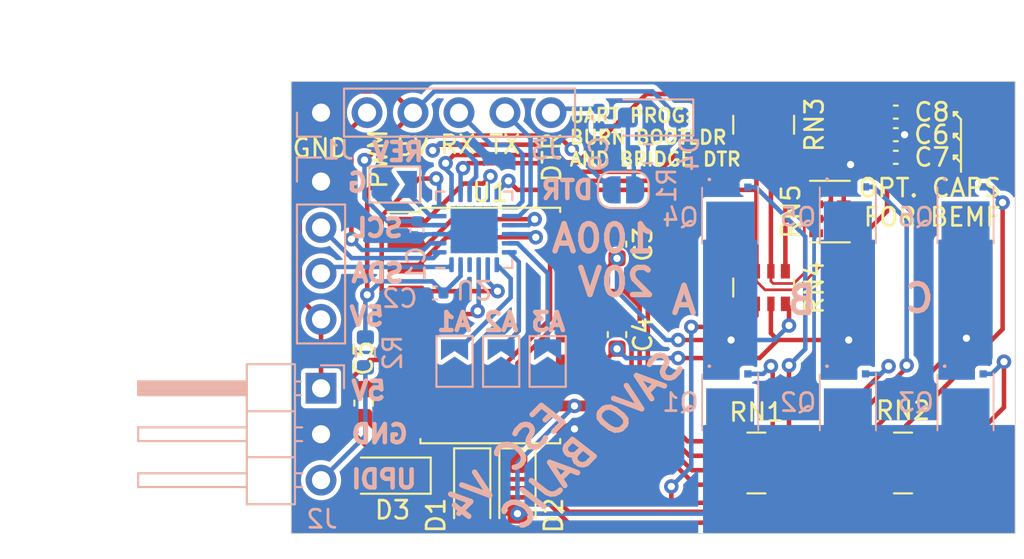
<source format=kicad_pcb>
(kicad_pcb (version 20221018) (generator pcbnew)
  (layers (0 "F.Cu" signal) (31 "B.Cu" signal) (34 "B.Paste" user) (35 "F.Paste" user) (36 "B.SilkS" user "B.Silkscreen") (37 "F.SilkS" user "F.Silkscreen") (38 "B.Mask" user) (39 "F.Mask" user) (44 "Edge.Cuts" user))
  (net 0 "")
  (net 1 "GND")
  (net 2 "+5V")
  (net 3 "A_OUT")
  (net 4 "/RESET")
  (net 5 "B_OUT")
  (net 6 "Net-(D1-K)")
  (net 7 "C_OUT")
  (net 8 "Net-(D2-K)")
  (net 9 "/B_BEMF")
  (net 10 "/C_BEMF")
  (net 11 "/A_BEMF")
  (net 12 "/DTR")
  (net 13 "Net-(D3-K)")
  (net 14 "+BATT")
  (net 15 "/SDA")
  (net 16 "/SCL")
  (net 17 "/TX")
  (net 18 "/RX")
  (net 19 "/PWM_IN")
  (net 20 "/REVERSE")
  (net 21 "/ADD_1")
  (net 22 "/ADD_2")
  (net 23 "/ADD_3")
  (net 24 "/PWM5")
  (net 25 "/PWM4")
  (net 26 "/PWM3")
  (net 27 "/PWM2")
  (net 28 "/PWM1")
  (net 29 "/PWM0")
  (net 30 "/AHO")
  (net 31 "/ALO")
  (net 32 "/BHO")
  (net 33 "/BLO")
  (net 34 "/CHO")
  (net 35 "/CLO")
  (net 36 "/ZERO")
  (net 37 "/AHO_F")
  (net 38 "/BHO_F")
  (net 39 "/CHO_F")
  (net 40 "/ALO_F")
  (net 41 "/BLO_F")
  (net 42 "/CLO_F")
  (net 43 "Net-(D4-A)")
  (net 44 "/UPDI")
  (footprint "Capacitor_SMD:C_0603_1608Metric" (layer "F.Cu") (at 138 149 -90)
    (fp_text reference "C3")
    (fp_text value "1u")
  )
  (footprint "Capacitor_SMD:C_0603_1608Metric" (layer "F.Cu") (at 138 154 -90)
    (fp_text reference "C4")
    (fp_text value "1u")
  )
  (footprint "Capacitor_SMD:C_0603_1608Metric" (layer "F.Cu") (at 124 157.7875 90)
    (fp_text reference "C5")
    (fp_text value "1u")
  )
  (footprint "Capacitor_SMD:C_0402_1005Metric" (layer "F.Cu") (at 153.4 142.95)
    (fp_text reference "C6")
    (fp_text value "1n")
  )
  (footprint "Capacitor_SMD:C_0402_1005Metric" (layer "F.Cu") (at 153.4 144.2)
    (fp_text reference "C7")
    (fp_text value "1n")
  )
  (footprint "Capacitor_SMD:C_0402_1005Metric" (layer "F.Cu") (at 153.4 141.7)
    (fp_text reference "C8")
    (fp_text value "1n")
  )
  (footprint "Diode_SMD:D_SOD-123F" (layer "F.Cu") (at 130 162.5 -90)
    (fp_text reference "D1")
    (fp_text value "DSS15UTR")
  )
  (footprint "Diode_SMD:D_SOD-123F" (layer "F.Cu") (at 132.5 162.5 -90)
    (fp_text reference "D2")
    (fp_text value "DSS15UTR")
  )
  (footprint "Diode_SMD:D_SOD-123F" (layer "F.Cu") (at 125.5 161.8 180)
    (fp_text reference "D3")
    (fp_text value "DSS15UTR")
  )
  (footprint "Resistor_SMD:R_Array_Convex_4x0603" (layer "F.Cu") (at 146.1 151.4 -90)
    (fp_text reference "RN4")
    (fp_text value "33k")
  )
  (footprint "Resistor_SMD:R_Cat16-4" (layer "F.Cu") (at 149.76 147.2)
    (fp_text reference "RN5")
    (fp_text value "10k")
  )
  (footprint "Package_SO:SOIC-20W_7.5x12.8mm_P1.27mm" (layer "F.Cu") (at 131 153.5)
    (fp_text reference "U1")
    (fp_text value "FAN7888")
  )
  (footprint "Resistor_SMD:R_Array_Convex_4x0603" (layer "F.Cu") (at 145.7 161.1)
    (fp_text reference "RN1")
    (fp_text value "20")
  )
  (footprint "Resistor_SMD:R_Array_Convex_4x0603" (layer "F.Cu") (at 153.8 161.1 180)
    (fp_text reference "RN2")
    (fp_text value "20")
  )
  (footprint "Resistor_SMD:R_Array_Convex_4x0603" (layer "F.Cu") (at 146.1 142.4 -90)
    (fp_text reference "RN3")
    (fp_text value "33k")
  )
  (footprint "Capacitor_SMD:C_0402_1005Metric" (layer "B.Cu") (at 126.948 148.217 -90)
    (fp_text reference "C1")
    (fp_text value "0u1")
  )
  (footprint "Capacitor_SMD:C_0402_1005Metric" (layer "B.Cu") (at 127.933 151.702)
    (fp_text reference "C2")
    (fp_text value "4n7")
  )
  (footprint "Capacitor_SMD:C_0402_1005Metric" (layer "B.Cu") (at 137 142 90)
    (fp_text reference "C9")
    (fp_text value "0u1")
  )
  (footprint "Diode_SMD:D_SOD-123F" (layer "B.Cu") (at 140 142 180)
    (fp_text reference "D4")
    (fp_text value "DSS15UTR")
  )
  (footprint "Connector_PinSocket_2.54mm:PinSocket_1x04_P2.54mm_Vertical" (layer "B.Cu") (at 121.65 145.54 180)
    (fp_text reference "J1")
    (fp_text value "I2C")
  )
  (footprint "Connector_PinHeader_2.54mm:PinHeader_1x03_P2.54mm_Horizontal" (layer "B.Cu") (at 121.65 156.97 180)
    (fp_text reference "J2")
    (fp_text value "UPDI")
  )
  (footprint "Connector_PinSocket_2.54mm:PinSocket_1x06_P2.54mm_Vertical" (layer "B.Cu") (at 121.65 141.73 -90)
    (fp_text reference "J3")
    (fp_text value "SERIAL/PWM")
  )
  (footprint "Jumper:SolderJumper-2_P1.3mm_Open_TrianglePad1.0x1.5mm" (layer "B.Cu") (at 125.723 145.702)
    (fp_text reference "JP1")
    (fp_text value "SolderJumper_2_Open" hide)
  )
  (footprint "Jumper:SolderJumper-2_P1.3mm_Open_TrianglePad1.0x1.5mm" (layer "B.Cu") (at 134.168 155.488 90)
    (fp_text reference "JP2")
    (fp_text value "SolderJumper_2_Open" hide)
  )
  (footprint "Jumper:SolderJumper-2_P1.3mm_Open_TrianglePad1.0x1.5mm" (layer "B.Cu") (at 129.025 155.488 90)
    (fp_text reference "JP4")
    (fp_text value "SolderJumper_2_Open" hide)
  )
  (footprint "Jumper:SolderJumper-2_P1.3mm_Open_RoundedPad1.0x1.5mm" (layer "B.Cu") (at 138.35 146 180)
    (fp_text reference "JP5")
    (fp_text value "SolderJumper_2_Open" hide)
  )
  (footprint "Package_DFN_QFN:QFN-24-1EP_4x4mm_P0.5mm_EP2.6x2.6mm" (layer "B.Cu") (at 130.108 148.202)
    (fp_text reference "U2")
    (fp_text value "ATtiny1617-M")
  )
  (footprint "esc:TPN2R903PLL1Q" (layer "B.Cu") (at 144.25 157.75)
    (fp_text reference "Q1")
    (fp_text value "TPN2R903PL" hide)
  )
  (footprint "esc:TPN2R903PLL1Q" (layer "B.Cu") (at 150.75 157.75)
    (fp_text reference "Q2")
    (fp_text value "TPN2R903PL" hide)
  )
  (footprint "esc:TPN2R903PLL1Q" (layer "B.Cu") (at 157.25 157.75)
    (fp_text reference "Q3")
    (fp_text value "TPN2R903PL" hide)
  )
  (footprint "esc:TPN2R903PLL1Q" (layer "B.Cu") (at 144.25 147.425)
    (fp_text reference "Q4")
    (fp_text value "TPN2R903PL" hide)
  )
  (footprint "esc:TPN2R903PLL1Q" (layer "B.Cu") (at 150.75 147.41)
    (fp_text reference "Q5")
    (fp_text value "TPN2R903PL" hide)
  )
  (footprint "esc:TPN2R903PLL1Q" (layer "B.Cu") (at 157.25 147.41)
    (fp_text reference "Q6")
    (fp_text value "TPN2R903PL" hide)
  )
  (footprint "Resistor_SMD:R_0603_1608Metric" (layer "B.Cu") (at 139.7125 144 180)
    (fp_text reference "R1")
    (fp_text value "10k")
  )
  (footprint "Resistor_SMD:R_0603_1608Metric" (layer "B.Cu") (at 124.1 154.9875 -90)
    (fp_text reference "R2")
    (fp_text value "470")
  )
  (footprint "Jumper:SolderJumper-2_P1.3mm_Open_TrianglePad1.0x1.5mm" (layer "B.Cu") (at 131.6 155.488 90)
    (fp_text reference "JP3")
    (fp_text value "SolderJumper_2_Open" hide)
  )
  (gr_line (start 156.6 141.9) (end 156.6 141.7) (stroke (width 0.12)) (layer "F.SilkS"))
  (gr_line (start 156.6 144.1) (end 156.8 144.1) (stroke (width 0.12)) (layer "F.SilkS"))
  (gr_line (start 157 144.5) (end 156.6 144.1) (stroke (width 0.12)) (layer "F.SilkS"))
  (gr_line (start 156.8 144.1) (end 156.6 144.3) (stroke (width 0.12)) (layer "F.SilkS"))
  (gr_line (start 156.6 144.3) (end 156.6 144.1) (stroke (width 0.12)) (layer "F.SilkS"))
  (gr_line (start 156.8 142.9) (end 156.6 143.1) (stroke (width 0.12)) (layer "F.SilkS"))
  (gr_line (start 156.8 141.7) (end 156.6 141.9) (stroke (width 0.12)) (layer "F.SilkS"))
  (gr_line (start 156.6 141.7) (end 156.8 141.7) (stroke (width 0.12)) (layer "F.SilkS"))
  (gr_line (start 156.6 143.1) (end 156.6 142.9) (stroke (width 0.12)) (layer "F.SilkS"))
  (gr_line (start 156.6 142.9) (end 156.8 142.9) (stroke (width 0.12)) (layer "F.SilkS"))
  (gr_line (start 157 143.3) (end 156.6 142.9) (stroke (width 0.12)) (layer "F.SilkS"))
  (gr_line (start 157 142.1) (end 156.6 141.7) (stroke (width 0.12)) (layer "F.SilkS"))
  (gr_line (start 157 145) (end 157 142.1) (stroke (width 0.12)) (layer "F.SilkS"))
  (gr_line (start 160 140) (end 120 140) (stroke (width 0.05)) (layer "Edge.Cuts"))
  (gr_line (start 120 165) (end 160 165) (stroke (width 0.05)) (layer "Edge.Cuts"))
  (gr_line (start 160 165) (end 160 140) (stroke (width 0.05)) (layer "Edge.Cuts"))
  (gr_line (start 120 140) (end 120 165) (stroke (width 0.05)) (layer "Edge.Cuts"))
  (gr_text "A" (at 141.7 152.1) (layer "B.SilkS") (effects (font (size 1.5 1.5) (thickness 0.3)) (justify mirror)))
  (gr_text "SCL" (at 123.2 148.1) (layer "B.SilkS") (effects (font (size 1 1) (thickness 0.25)) (justify right mirror)))
  (gr_text "5V" (at 123.1 153) (layer "B.SilkS") (effects (font (size 1 1) (thickness 0.25)) (justify right mirror)))
  (gr_text "SAVO BAJIC" (at 136.7 159.8 45) (layer "B.SilkS") (effects (font (size 1.5 1.5) (thickness 0.3) italic) (justify mirror)))
  (gr_text "100A\n20V" (at 140.2 149.9) (layer "B.SilkS") (effects (font (size 1.5 1.5) (thickness 0.3)) (justify left mirror)))
  (gr_text "SDA" (at 123.2 150.6) (layer "B.SilkS") (effects (font (size 1 1) (thickness 0.25)) (justify right mirror)))
  (gr_text "A3" (at 134.2 153.3) (layer "B.SilkS") (effects (font (size 1 1) (thickness 0.25)) (justify mirror)))
  (gr_text "A2" (at 131.6 153.3) (layer "B.SilkS") (effects (font (size 1 1) (thickness 0.25)) (justify mirror)))
  (gr_text "GND" (at 123.2 159.5) (layer "B.SilkS") (effects (font (size 1 1) (thickness 0.25)) (justify right mirror)))
  (gr_text "C" (at 154.7 152) (layer "B.SilkS") (effects (font (size 1.5 1.5) (thickness 0.3)) (justify mirror)))
  (gr_text "UPDI" (at 123.2 162) (layer "B.SilkS") (effects (font (size 1 1) (thickness 0.25)) (justify right mirror)))
  (gr_text "B" (at 148.2 152.1) (layer "B.SilkS") (effects (font (size 1.5 1.5) (thickness 0.3)) (justify mirror)))
  (gr_text "5V" (at 123.2 157.1) (layer "B.SilkS") (effects (font (size 1 1) (thickness 0.25)) (justify right mirror)))
  (gr_text "REV" (at 125.9 143.9) (layer "B.SilkS") (effects (font (size 1 1) (thickness 0.25)) (justify mirror)))
  (gr_text "A1" (at 129 153.3) (layer "B.SilkS") (effects (font (size 1 1) (thickness 0.25)) (justify mirror)))
  (gr_text "DTR" (at 136.8 146) (layer "B.SilkS") (effects (font (size 1 1) (thickness 0.25)) (justify left mirror)))
  (gr_text "ESC V4" (at 131.9 161 45) (layer "B.SilkS") (effects (font (size 1.5 1.5) (thickness 0.3) italic) (justify mirror)))
  (gr_text "G" (at 123 145.6) (layer "B.SilkS") (effects (font (size 1 1) (thickness 0.25)) (justify right mirror)))
  (gr_text "GND" (at 121.6 143.7) (layer "F.SilkS") (effects (font (size 1 1))))
  (gr_text "OPT. CAPS\nFOR BEMF" (at 159.3 146.7) (layer "F.SilkS") (effects (font (size 1 1)) (justify right)))
  (gr_text "TX" (at 131.8 143.5) (layer "F.SilkS") (effects (font (size 1 1))))
  (gr_text "UART PROG:\nBURN BOOTLDR\nAND BRIDGE DTR" (at 135.3 143.1) (layer "F.SilkS") (effects (font (size 0.75 0.75)) (justify left)))
  (gr_text "5V" (at 126.7 143.6) (layer "F.SilkS") (effects (font (size 1 1))))
  (gr_text "PWM" (at 124.8 144.3 90) (layer "F.SilkS") (effects (font (size 1 1))))
  (gr_text "RX" (at 129.2 143.5) (layer "F.SilkS") (effects (font (size 1 1))))
  (gr_text "DTR" (at 134.4 144.2 90) (layer "F.SilkS") (effects (font (size 1 1))))
  (segment (start 150.52 146.8) (end 150.52 146) (width 0.25) (layer "F.Cu") (net 1))
  (segment (start 150.52 146) (end 150.52 144.98) (width 0.25) (layer "F.Cu") (net 1))
  (segment (start 153.885 142.95) (end 153.885 141.7) (width 0.25) (layer "F.Cu") (net 1))
  (segment (start 150.52 147.6) (end 150.52 146.8) (width 0.25) (layer "F.Cu") (net 1))
  (segment (start 153.885 144.2) (end 153.885 142.95) (width 0.25) (layer "F.Cu") (net 1))
  (segment (start 150.52 144.98) (end 150.9 144.6) (width 0.25) (layer "F.Cu") (net 1))
  (via (at 150.9 144.6) (size 0.8) (drill 0.4) (layers "F.Cu" "B.Cu") (net 1))
  (via (at 153.885 142.95) (size 0.8) (drill 0.4) (layers "F.Cu" "B.Cu") (net 1))
  (via (at 135.65 159.215) (size 0.8) (drill 0.4) (layers "F.Cu" "B.Cu") (net 1))
  (segment (start 150.9 144.6) (end 150.9 145.66) (width 0.25) (layer "B.Cu") (net 1))
  (segment (start 150.9 145.66) (end 151.075 145.835) (width 0.25) (layer "B.Cu") (net 1))
  (segment (start 134.991002 156.213) (end 136.375001 157.596999) (width 0.25) (layer "B.Cu") (net 1))
  (segment (start 136.375001 158.489999) (end 135.65 159.215) (width 0.25) (layer "B.Cu") (net 1))
  (segment (start 134.168 156.213) (end 134.991002 156.213) (width 0.25) (layer "B.Cu") (net 1))
  (segment (start 136.375001 157.596999) (end 136.375001 158.489999) (width 0.25) (layer "B.Cu") (net 1))
  (segment (start 121.65 153.16) (end 121.65 156.97) (width 0.25) (layer "F.Cu") (net 2))
  (segment (start 125.554999 140.554999) (end 120.539999 140.554999) (width 0.25) (layer "F.Cu") (net 2))
  (segment (start 120.474999 151.984999) (end 121.65 153.16) (width 0.25) (layer "F.Cu") (net 2))
  (segment (start 124.11 144.35) (end 124.05 144.35) (width 0.25) (layer "F.Cu") (net 2))
  (segment (start 126.73 141.73) (end 125.554999 140.554999) (width 0.25) (layer "F.Cu") (net 2))
  (segment (start 120.474999 140.619999) (end 120.474999 151.984999) (width 0.25) (layer "F.Cu") (net 2))
  (segment (start 120.539999 140.554999) (end 120.474999 140.619999) (width 0.25) (layer "F.Cu") (net 2))
  (segment (start 126.73 141.73) (end 124.11 144.35) (width 0.25) (layer "F.Cu") (net 2))
  (via (at 124.05 144.35) (size 0.8) (drill 0.4) (layers "F.Cu" "B.Cu") (net 2))
  (segment (start 141.4 142) (end 141.4 143.1) (width 0.25) (layer "B.Cu") (net 2))
  (segment (start 124.05 146.463636) (end 125.318364 147.732) (width 0.25) (layer "B.Cu") (net 2))
  (segment (start 139.954999 140.554999) (end 127.905001 140.554999) (width 0.25) (layer "B.Cu") (net 2))
  (segment (start 124.05 144.35) (end 124.05 146.463636) (width 0.25) (layer "B.Cu") (net 2))
  (segment (start 128.1705 147.952) (end 127.168 147.952) (width 0.25) (layer "B.Cu") (net 2))
  (segment (start 126.73 141.73) (end 127.905001 140.554999) (width 0.25) (layer "B.Cu") (net 2))
  (segment (start 141.4 142) (end 139.954999 140.554999) (width 0.25) (layer "B.Cu") (net 2))
  (segment (start 125.318364 147.732) (end 126.948 147.732) (width 0.25) (layer "B.Cu") (net 2))
  (segment (start 127.168 147.952) (end 126.948 147.732) (width 0.25) (layer "B.Cu") (net 2))
  (segment (start 141.4 143.1) (end 140.5 144) (width 0.25) (layer "B.Cu") (net 2))
  (segment (start 147.5 152.5) (end 147.3 152.3) (width 0.25) (layer "F.Cu") (net 3))
  (segment (start 135.65 150.325) (end 137.4625 150.325) (width 0.25) (layer "F.Cu") (net 3))
  (segment (start 147.5 153.5) (end 147.5 152.5) (width 0.25) (layer "F.Cu") (net 3))
  (segment (start 141.375 154.3) (end 144.3 154.3) (width 0.25) (layer "F.Cu") (net 3))
  (segment (start 137.4625 150.325) (end 138 149.7875) (width 0.25) (layer "F.Cu") (net 3))
  (via (at 144.3 154.3) (size 0.8) (drill 0.4) (layers "F.Cu" "B.Cu") (net 3))
  (via (at 138 149.7875) (size 0.8) (drill 0.4) (layers "F.Cu" "B.Cu") (net 3))
  (via (at 147.5 153.5) (size 0.8) (drill 0.4) (layers "F.Cu" "B.Cu") (net 3))
  (via (at 141.375 154.3) (size 0.8) (drill 0.4) (layers "F.Cu" "B.Cu") (net 3))
  (segment (start 140.7 154.3) (end 141.375 154.3) (width 0.25) (layer "B.Cu") (net 3))
  (segment (start 144.3 154.3) (end 146.7 154.3) (width 0.25) (layer "B.Cu") (net 3))
  (segment (start 146.7 154.3) (end 147.5 153.5) (width 0.25) (layer "B.Cu") (net 3))
  (segment (start 143.925 148.075) (end 144.25 147.75) (width 0.25) (layer "B.Cu") (net 3))
  (segment (start 143.275 156.175) (end 143.275 155.325) (width 0.25) (layer "B.Cu") (net 3))
  (segment (start 143.925 149) (end 143.925 148.075) (width 0.25) (layer "B.Cu") (net 3))
  (segment (start 138 151.6) (end 140.7 154.3) (width 0.25) (layer "B.Cu") (net 3))
  (segment (start 138 149.7875) (end 138 151.6) (width 0.25) (layer "B.Cu") (net 3))
  (segment (start 143.275 155.325) (end 144.3 154.3) (width 0.25) (layer "B.Cu") (net 3))
  (segment (start 124.2 151.8) (end 124.2 146.05) (width 0.25) (layer "F.Cu") (net 4))
  (segment (start 134.75 143) (end 135.5 143.75) (width 0.25) (layer "F.Cu") (net 4))
  (segment (start 127.25 143) (end 134.75 143) (width 0.25) (layer "F.Cu") (net 4))
  (segment (start 124.2 146.05) (end 127.25 143) (width 0.25) (layer "F.Cu") (net 4))
  (via (at 124.2 151.8) (size 0.8) (drill 0.4) (layers "F.Cu" "B.Cu") (net 4))
  (via (at 135.5 143.75) (size 0.8) (drill 0.4) (layers "F.Cu" "B.Cu") (net 4))
  (segment (start 135.5 143.8) (end 135.5 143.75) (width 0.25) (layer "B.Cu") (net 4))
  (segment (start 124.1 154.2) (end 124.1 151.9) (width 0.25) (layer "B.Cu") (net 4))
  (segment (start 124.2 151.8) (end 124.94301 151.05699) (width 0.25) (layer "B.Cu") (net 4))
  (segment (start 137.7 146) (end 135.5 143.8) (width 0.25) (layer "B.Cu") (net 4))
  (segment (start 129.358 150.762) (end 129.358 150.1395) (width 0.25) (layer "B.Cu") (net 4))
  (segment (start 128.418 151.683768) (end 128.418 151.702) (width 0.25) (layer "B.Cu") (net 4))
  (segment (start 124.1 151.9) (end 124.2 151.8) (width 0.25) (layer "B.Cu") (net 4))
  (segment (start 124.94301 151.05699) (end 127.791222 151.05699) (width 0.25) (layer "B.Cu") (net 4))
  (segment (start 127.791222 151.05699) (end 128.418 151.683768) (width 0.25) (layer "B.Cu") (net 4))
  (segment (start 128.418 151.702) (end 129.358 150.762) (width 0.25) (layer "B.Cu") (net 4))
  (segment (start 137.3825 155.405) (end 138 154.7875) (width 0.25) (layer "F.Cu") (net 5))
  (segment (start 146.876998 154.3) (end 150.8 154.3) (width 0.25) (layer "F.Cu") (net 5))
  (segment (start 146.5 152.3) (end 146.5 153.923002) (width 0.25) (layer "F.Cu") (net 5))
  (segment (start 145.876995 155.300003) (end 141.375003 155.300003) (width 0.25) (layer "F.Cu") (net 5))
  (segment (start 135.65 155.405) (end 137.3825 155.405) (width 0.25) (layer "F.Cu") (net 5))
  (segment (start 146.5 153.923002) (end 146.876998 154.3) (width 0.25) (layer "F.Cu") (net 5))
  (segment (start 145.876995 155.300003) (end 146.876998 154.3) (width 0.25) (layer "F.Cu") (net 5))
  (segment (start 141.375003 155.300003) (end 141.375 155.3) (width 0.25) (layer "F.Cu") (net 5))
  (via (at 150.8 154.3) (size 0.8) (drill 0.4) (layers "F.Cu" "B.Cu") (net 5))
  (via (at 138 154.7875) (size 0.8) (drill 0.4) (layers "F.Cu" "B.Cu") (net 5))
  (via (at 141.375 155.3) (size 0.8) (drill 0.4) (layers "F.Cu" "B.Cu") (net 5))
  (segment (start 138.512503 155.300003) (end 140.7 155.300003) (width 0.25) (layer "B.Cu") (net 5))
  (segment (start 149.775 155.675) (end 149.775 155.325) (width 0.25) (layer "B.Cu") (net 5))
  (segment (start 138 154.7875) (end 138.512503 155.300003) (width 0.25) (layer "B.Cu") (net 5))
  (segment (start 149.775 155.675) (end 149.775 155.375) (width 0.25) (layer "B.Cu") (net 5))
  (segment (start 150.425 148.06) (end 150.75 147.735) (width 0.25) (layer "B.Cu") (net 5))
  (segment (start 149.775 155.325) (end 150.8 154.3) (width 0.25) (layer "B.Cu") (net 5))
  (segment (start 150.425 148.985) (end 150.425 148.06) (width 0.25) (layer "B.Cu") (net 5))
  (segment (start 141.375 155.3) (end 140.700003 155.3) (width 0.25) (layer "B.Cu") (net 5))
  (segment (start 140.700003 155.3) (end 140.7 155.300003) (width 0.25) (layer "B.Cu") (net 5))
  (segment (start 149.775 156.175) (end 149.775 155.675) (width 0.25) (layer "B.Cu") (net 5))
  (segment (start 130 157.451822) (end 134.29999 153.151832) (width 0.25) (layer "F.Cu") (net 6))
  (segment (start 130 161.1) (end 130 157.451822) (width 0.25) (layer "F.Cu") (net 6))
  (segment (start 134.29999 153.151832) (end 134.29999 148.11001) (width 0.25) (layer "F.Cu") (net 6))
  (segment (start 135.65 147.785) (end 137.5725 147.785) (width 0.25) (layer "F.Cu") (net 6))
  (segment (start 137.5725 147.785) (end 138 148.2125) (width 0.25) (layer "F.Cu") (net 6))
  (segment (start 134.625 147.785) (end 135.65 147.785) (width 0.25) (layer "F.Cu") (net 6))
  (segment (start 134.29999 148.11001) (end 134.625 147.785) (width 0.25) (layer "F.Cu") (net 6))
  (segment (start 157.22718 154.2) (end 157.3 154.2) (width 0.25) (layer "F.Cu") (net 7))
  (segment (start 148.12718 163.3) (end 157.22718 154.2) (width 0.25) (layer "F.Cu") (net 7))
  (segment (start 135.6 163.3) (end 141 163.3) (width 0.25) (layer "F.Cu") (net 7))
  (segment (start 145.075 153.575) (end 142.1 153.575) (width 0.25) (layer "F.Cu") (net 7))
  (segment (start 124.325 156.675) (end 124 157) (width 0.25) (layer "F.Cu") (net 7))
  (segment (start 128.6 157.9) (end 128.6 161.385002) (width 0.25) (layer "F.Cu") (net 7))
  (segment (start 126.35 156.675) (end 124.325 156.675) (width 0.25) (layer "F.Cu") (net 7))
  (segment (start 145.7 152.95) (end 145.075 153.575) (width 0.25) (layer "F.Cu") (net 7))
  (segment (start 145.7 152.3) (end 145.7 152.95) (width 0.25) (layer "F.Cu") (net 7))
  (segment (start 126.35 156.675) (end 127.375 156.675) (width 0.25) (layer "F.Cu") (net 7))
  (segment (start 134.3 162) (end 135.6 163.3) (width 0.25) (layer "F.Cu") (net 7))
  (segment (start 127.375 156.675) (end 128.6 157.9) (width 0.25) (layer "F.Cu") (net 7))
  (segment (start 141 163.3) (end 148.12718 163.3) (width 0.25) (layer "F.Cu") (net 7))
  (segment (start 128.6 161.385002) (end 129.214998 162) (width 0.25) (layer "F.Cu") (net 7))
  (segment (start 141 162.4) (end 141 163.3) (width 0.25) (layer "F.Cu") (net 7))
  (segment (start 129.214998 162) (end 134.3 162) (width 0.25) (layer "F.Cu") (net 7))
  (via (at 157.3 154.2) (size 0.8) (drill 0.4) (layers "F.Cu" "B.Cu") (net 7))
  (via (at 141 162.4) (size 0.8) (drill 0.4) (layers "F.Cu" "B.Cu") (net 7))
  (via (at 142.1 153.575) (size 0.8) (drill 0.4) (layers "F.Cu" "B.Cu") (net 7))
  (segment (start 142.1 153.575) (end 142.1 161.3) (width 0.25) (layer "B.Cu") (net 7))
  (segment (start 156.925 148.06) (end 157.25 147.735) (width 0.25) (layer "B.Cu") (net 7))
  (segment (start 142.1 161.3) (end 141 162.4) (width 0.25) (layer "B.Cu") (net 7))
  (segment (start 156.925 148.985) (end 156.925 148.06) (width 0.25) (layer "B.Cu") (net 7))
  (segment (start 157.3 154.2) (end 157.3 155.8) (width 0.25) (layer "B.Cu") (net 7))
  (segment (start 157.3 155.8) (end 156.925 156.175) (width 0.25) (layer "B.Cu") (net 7))
  (segment (start 132.5 161.1) (end 132.5 155.588232) (width 0.25) (layer "F.Cu") (net 8))
  (segment (start 135.65 152.865) (end 137.6525 152.865) (width 0.25) (layer "F.Cu") (net 8))
  (segment (start 135.223232 152.865) (end 135.65 152.865) (width 0.25) (layer "F.Cu") (net 8))
  (segment (start 132.5 155.588232) (end 135.223232 152.865) (width 0.25) (layer "F.Cu") (net 8))
  (segment (start 137.6525 152.865) (end 138 153.2125) (width 0.25) (layer "F.Cu") (net 8))
  (segment (start 133.638546 144.524956) (end 134.61359 145.5) (width 0.25) (layer "F.Cu") (net 9))
  (segment (start 146.5 150.5) (end 146.5 143.3) (width 0.25) (layer "F.Cu") (net 9))
  (segment (start 149.814999 144.085001) (end 150.95 142.95) (width 0.25) (layer "F.Cu") (net 9))
  (segment (start 144.075001 142.624999) (end 146.374999 142.624999) (width 0.15) (layer "F.Cu") (net 9))
  (segment (start 130.875044 144.524956) (end 133.638546 144.524956) (width 0.25) (layer "F.Cu") (net 9))
  (segment (start 146.5 150.5) (end 146.5 151.05) (width 0.15) (layer "F.Cu") (net 9))
  (segment (start 150.95 142.95) (end 152.915 142.95) (width 0.25) (layer "F.Cu") (net 9))
  (segment (start 141.2 145.5) (end 143.4 143.3) (width 0.25) (layer "F.Cu") (net 9))
  (segment (start 146.625001 151.175001) (end 147.770001 151.175001) (width 0.15) (layer "F.Cu") (net 9))
  (segment (start 149.814999 146.615001) (end 149.814999 144.085001) (width 0.25) (layer "F.Cu") (net 9))
  (segment (start 146.374999 142.624999) (end 146.5 142.75) (width 0.15) (layer "F.Cu") (net 9))
  (segment (start 146.5 151.05) (end 146.625001 151.175001) (width 0.15) (layer "F.Cu") (net 9))
  (segment (start 143.4 143.3) (end 144.075001 142.624999) (width 0.15) (layer "F.Cu") (net 9))
  (segment (start 129.765423 144.524956) (end 130.875044 144.524956) (width 0.25) (layer "F.Cu") (net 9))
  (segment (start 129.490433 144.799946) (end 129.765423 144.524956) (width 0.25) (layer "F.Cu") (net 9))
  (segment (start 149.63 146.8) (end 149.814999 146.615001) (width 0.25) (layer "F.Cu") (net 9))
  (segment (start 149 146.8) (end 149.63 146.8) (width 0.25) (layer "F.Cu") (net 9))
  (segment (start 148.344999 146.925001) (end 148.47 146.8) (width 0.15) (layer "F.Cu") (net 9))
  (segment (start 147.770001 151.175001) (end 148.344999 150.600003) (width 0.15) (layer "F.Cu") (net 9))
  (segment (start 148.344999 150.600003) (end 148.344999 146.925001) (width 0.15) (layer "F.Cu") (net 9))
  (segment (start 130.453079 144.524956) (end 130.875044 144.524956) (width 0.25) (layer "F.Cu") (net 9))
  (segment (start 146.5 142.75) (end 146.5 143.3) (width 0.15) (layer "F.Cu") (net 9))
  (segment (start 134.61359 145.5) (end 141.2 145.5) (width 0.25) (layer "F.Cu") (net 9))
  (segment (start 148.47 146.8) (end 149 146.8) (width 0.15) (layer "F.Cu") (net 9))
  (via (at 129.490433 144.799946) (size 0.8) (drill 0.4) (layers "F.Cu" "B.Cu") (net 9))
  (segment (start 129.358 146.2645) (end 129.358 144.932379) (width 0.25) (layer "B.Cu") (net 9))
  (segment (start 129.358 144.932379) (end 129.490433 144.799946) (width 0.25) (layer "B.Cu") (net 9))
  (segment (start 147.914979 151.525011) (end 149.655001 149.784989) (width 0.15) (layer "F.Cu") (net 10))
  (segment (start 145.7 143.3) (end 145.7 145.9) (width 0.25) (layer "F.Cu") (net 10))
  (segment (start 149.655001 149.784989) (end 150.315013 149.784989) (width 0.25) (layer "F.Cu") (net 10))
  (segment (start 132.5 146) (end 145.6 146) (width 0.25) (layer "F.Cu") (net 10))
  (segment (start 149.705001 149.734989) (end 149.655001 149.784989) (width 0.25) (layer "F.Cu") (net 10))
  (segment (start 152.915 147.185002) (end 152.915 144.2) (width 0.25) (layer "F.Cu") (net 10))
  (segment (start 132 145.5) (end 132.5 146) (width 0.25) (layer "F.Cu") (net 10))
  (segment (start 146.175011 151.525011) (end 147.914979 151.525011) (width 0.15) (layer "F.Cu") (net 10))
  (segment (start 149 147.6) (end 149.63 147.6) (width 0.25) (layer "F.Cu") (net 10))
  (segment (start 145.7 145.9) (end 145.7 150.5) (width 0.25) (layer "F.Cu") (net 10))
  (segment (start 150.315013 149.784989) (end 152.915 147.185002) (width 0.25) (layer "F.Cu") (net 10))
  (segment (start 145.7 150.5) (end 145.7 151.05) (width 0.15) (layer "F.Cu") (net 10))
  (segment (start 149.63 147.6) (end 149.705001 147.675001) (width 0.25) (layer "F.Cu") (net 10))
  (segment (start 145.7 151.05) (end 146.175011 151.525011) (width 0.15) (layer "F.Cu") (net 10))
  (segment (start 145.6 146) (end 145.7 145.9) (width 0.25) (layer "F.Cu") (net 10))
  (segment (start 149.705001 147.675001) (end 149.705001 149.734989) (width 0.25) (layer "F.Cu") (net 10))
  (via (at 132 145.5) (size 0.8) (drill 0.4) (layers "F.Cu" "B.Cu") (net 10))
  (segment (start 131.358 146.142) (end 132 145.5) (width 0.25) (layer "B.Cu") (net 10))
  (segment (start 131.358 146.2645) (end 131.358 146.142) (width 0.25) (layer "B.Cu") (net 10))
  (segment (start 128.978502 144.074946) (end 133.824946 144.074946) (width 0.25) (layer "F.Cu") (net 11))
  (segment (start 128.529184 144.524264) (end 128.978502 144.074946) (width 0.25) (layer "F.Cu") (net 11))
  (segment (start 150.6 141.7) (end 152.915 141.7) (width 0.25) (layer "F.Cu") (net 11))
  (segment (start 134.75 145) (end 133.824946 144.074946) (width 0.25) (layer "F.Cu") (net 11))
  (segment (start 147.3 143.3) (end 147.3 142.75) (width 0.15) (layer "F.Cu") (net 11))
  (segment (start 147.3 146) (end 147.3 150.5) (width 0.25) (layer "F.Cu") (net 11))
  (segment (start 147.3 143.3) (end 149 143.3) (width 0.25) (layer "F.Cu") (net 11))
  (segment (start 146.824989 142.274989) (end 143.025011 142.274989) (width 0.15) (layer "F.Cu") (net 11))
  (segment (start 149 143.3) (end 150.6 141.7) (width 0.25) (layer "F.Cu") (net 11))
  (segment (start 143 142.3) (end 140.3 145) (width 0.25) (layer "F.Cu") (net 11))
  (segment (start 140.3 145) (end 134.75 145) (width 0.25) (layer "F.Cu") (net 11))
  (segment (start 143.025011 142.274989) (end 143 142.3) (width 0.15) (layer "F.Cu") (net 11))
  (segment (start 147.3 143.3) (end 147.3 146) (width 0.25) (layer "F.Cu") (net 11))
  (segment (start 149 146) (end 147.3 146) (width 0.25) (layer "F.Cu") (net 11))
  (segment (start 147.3 142.75) (end 146.824989 142.274989) (width 0.15) (layer "F.Cu") (net 11))
  (via (at 128.529184 144.524264) (size 0.8) (drill 0.4) (layers "F.Cu" "B.Cu") (net 11))
  (segment (start 128.529184 144.838032) (end 128.529184 144.524264) (width 0.25) (layer "B.Cu") (net 11))
  (segment (start 128.845576 145.154424) (end 128.529184 144.838032) (width 0.25) (layer "B.Cu") (net 11))
  (segment (start 128.858 146.2645) (end 128.858 145.154424) (width 0.25) (layer "B.Cu") (net 11))
  (segment (start 128.858 145.154424) (end 128.845576 145.154424) (width 0.25) (layer "B.Cu") (net 11))
  (segment (start 136.485 141.515) (end 134.565 141.515) (width 0.25) (layer "B.Cu") (net 12))
  (segment (start 137 141.515) (end 136.485 141.515) (width 0.25) (layer "B.Cu") (net 12))
  (segment (start 134.565 141.515) (end 134.35 141.73) (width 0.25) (layer "B.Cu") (net 12))
  (segment (start 136.5 141.515) (end 136.485 141.515) (width 0.25) (layer "B.Cu") (net 12))
  (segment (start 126.35 159.215) (end 124.64 159.215) (width 0.25) (layer "F.Cu") (net 13))
  (segment (start 126.9 159.765) (end 126.35 159.215) (width 0.25) (layer "F.Cu") (net 13))
  (segment (start 124.64 159.215) (end 124 158.575) (width 0.25) (layer "F.Cu") (net 13))
  (segment (start 126.9 161.8) (end 126.9 159.765) (width 0.25) (layer "F.Cu") (net 13))
  (segment (start 126.2 163.9) (end 130 163.9) (width 0.25) (layer "F.Cu") (net 14))
  (segment (start 132.5 163.9) (end 130 163.9) (width 0.25) (layer "F.Cu") (net 14))
  (segment (start 124.1 161.8) (end 126.2 163.9) (width 0.25) (layer "F.Cu") (net 14))
  (via (at 135.65 157.945) (size 0.8) (drill 0.4) (layers "F.Cu" "B.Cu") (net 14))
  (via (at 132.5 163.9) (size 0.8) (drill 0.4) (layers "F.Cu" "B.Cu") (net 14))
  (segment (start 150.425 158.4) (end 150.75 158.075) (width 0.25) (layer "B.Cu") (net 14))
  (segment (start 150.425 159.325) (end 150.425 158.4) (width 0.25) (layer "B.Cu") (net 14))
  (segment (start 132.5 163.9) (end 132.5 161.095) (width 0.25) (layer "B.Cu") (net 14))
  (segment (start 144.25 163.45) (end 144.25 158.075) (width 0.25) (layer "B.Cu") (net 14))
  (segment (start 156.925 158.4) (end 157.25 158.075) (width 0.25) (layer "B.Cu") (net 14))
  (segment (start 132.5 161.095) (end 135.65 157.945) (width 0.25) (layer "B.Cu") (net 14))
  (segment (start 132.5 163.9) (end 144.7 163.9) (width 0.25) (layer "B.Cu") (net 14))
  (segment (start 156.925 159.325) (end 156.925 158.4) (width 0.25) (layer "B.Cu") (net 14))
  (segment (start 144.7 163.9) (end 144.25 163.45) (width 0.25) (layer "B.Cu") (net 14))
  (segment (start 122.0055 150.2645) (end 121.65 150.62) (width 0.25) (layer "B.Cu") (net 15))
  (segment (start 128.733 150.2645) (end 122.0055 150.2645) (width 0.25) (layer "B.Cu") (net 15))
  (segment (start 128.858 150.1395) (end 128.733 150.2645) (width 0.25) (layer "B.Cu") (net 15))
  (segment (start 128.1705 149.452) (end 127.85048 149.77202) (width 0.25) (layer "B.Cu") (net 16))
  (segment (start 127.85048 149.77202) (end 123.34202 149.77202) (width 0.25) (layer "B.Cu") (net 16))
  (segment (start 123.34202 149.77202) (end 121.65 148.08) (width 0.25) (layer "B.Cu") (net 16))
  (segment (start 133.22501 146.8214) (end 132.59441 147.452) (width 0.25) (layer "B.Cu") (net 17))
  (segment (start 133.22501 143.14501) (end 133.22501 146.8214) (width 0.25) (layer "B.Cu") (net 17))
  (segment (start 132.59441 147.452) (end 132.0455 147.452) (width 0.25) (layer "B.Cu") (net 17))
  (segment (start 131.81 141.73) (end 133.22501 143.14501) (width 0.25) (layer "B.Cu") (net 17))
  (segment (start 132.275001 143.525001) (end 132.775001 144.025001) (width 0.25) (layer "B.Cu") (net 18))
  (segment (start 129.27 141.73) (end 131.065001 143.525001) (width 0.25) (layer "B.Cu") (net 18))
  (segment (start 132.775001 144.025001) (end 132.775001 146.634999) (width 0.25) (layer "B.Cu") (net 18))
  (segment (start 131.065001 143.525001) (end 132.275001 143.525001) (width 0.25) (layer "B.Cu") (net 18))
  (segment (start 132.775001 146.634999) (end 132.458 146.952) (width 0.25) (layer "B.Cu") (net 18))
  (segment (start 132.458 146.952) (end 132.0455 146.952) (width 0.25) (layer "B.Cu") (net 18))
  (segment (start 123.325 148.725) (end 123.325 142.595) (width 0.25) (layer "F.Cu") (net 19))
  (segment (start 123.325 142.595) (end 124.19 141.73) (width 0.25) (layer "F.Cu") (net 19))
  (via (at 123.325 148.725) (size 0.8) (drill 0.4) (layers "F.Cu" "B.Cu") (net 19))
  (segment (start 128.1705 148.9795) (end 128.14801 149.00199) (width 0.25) (layer "B.Cu") (net 19))
  (segment (start 128.1705 148.952) (end 128.1705 148.9795) (width 0.25) (layer "B.Cu") (net 19))
  (segment (start 127.686232 148.952) (end 127.316222 149.32201) (width 0.25) (layer "B.Cu") (net 19))
  (segment (start 123.92201 149.32201) (end 123.325 148.725) (width 0.25) (layer "B.Cu") (net 19))
  (segment (start 127.316222 149.32201) (end 123.92201 149.32201) (width 0.25) (layer "B.Cu") (net 19))
  (segment (start 128.1705 148.952) (end 127.686232 148.952) (width 0.25) (layer "B.Cu") (net 19))
  (segment (start 127.709978 147.452) (end 126.448 146.190022) (width 0.25) (layer "B.Cu") (net 20))
  (segment (start 126.448 146.190022) (end 126.448 145.702) (width 0.25) (layer "B.Cu") (net 20))
  (segment (start 128.1705 147.452) (end 127.709978 147.452) (width 0.25) (layer "B.Cu") (net 20))
  (segment (start 132.0455 148.952) (end 132.506022 148.952) (width 0.25) (layer "B.Cu") (net 21))
  (segment (start 132.506022 148.952) (end 134.168 150.613978) (width 0.25) (layer "B.Cu") (net 21))
  (segment (start 134.168 150.613978) (end 134.168 154.763) (width 0.25) (layer "B.Cu") (net 21))
  (segment (start 132.57501 153.78799) (end 132.57501 149.98151) (width 0.25) (layer "B.Cu") (net 22))
  (segment (start 131.6 154.763) (end 132.57501 153.78799) (width 0.25) (layer "B.Cu") (net 22))
  (segment (start 132.57501 149.98151) (end 132.0455 149.452) (width 0.25) (layer "B.Cu") (net 22))
  (segment (start 129.310002 154.763) (end 129.025 154.763) (width 0.25) (layer "B.Cu") (net 23))
  (segment (start 132.125001 151.948001) (end 129.310002 154.763) (width 0.25) (layer "B.Cu") (net 23))
  (segment (start 132.125001 150.906501) (end 132.125001 151.948001) (width 0.25) (layer "B.Cu") (net 23))
  (segment (start 131.358 150.1395) (end 132.125001 150.906501) (width 0.25) (layer "B.Cu") (net 23))
  (segment (start 124.99999 153.80999) (end 125.325 154.135) (width 0.25) (layer "F.Cu") (net 24))
  (segment (start 127.060078 145.378154) (end 124.99999 147.438242) (width 0.25) (layer "F.Cu") (net 24))
  (segment (start 125.325 154.135) (end 126.35 154.135) (width 0.25) (layer "F.Cu") (net 24))
  (segment (start 124.99999 147.438242) (end 124.99999 153.80999) (width 0.25) (layer "F.Cu") (net 24))
  (segment (start 128.008728 145.378154) (end 127.060078 145.378154) (width 0.25) (layer "F.Cu") (net 24))
  (via (at 128.008728 145.378154) (size 0.8) (drill 0.4) (layers "F.Cu" "B.Cu") (net 24))
  (segment (start 128.1705 145.539926) (end 128.008728 145.378154) (width 0.25) (layer "B.Cu") (net 24))
  (segment (start 128.1705 146.952) (end 128.1705 145.539926) (width 0.25) (layer "B.Cu") (net 24))
  (segment (start 130.135 152.865) (end 130.3 152.7) (width 0.25) (layer "F.Cu") (net 25))
  (segment (start 126.35 152.865) (end 130.135 152.865) (width 0.25) (layer "F.Cu") (net 25))
  (via (at 130.3 152.7) (size 0.8) (drill 0.4) (layers "F.Cu" "B.Cu") (net 25))
  (segment (start 130.3 152.7) (end 130.358 152.642) (width 0.25) (layer "B.Cu") (net 25))
  (segment (start 130.358 152.642) (end 130.358 150.1395) (width 0.25) (layer "B.Cu") (net 25))
  (segment (start 131.4 151.6) (end 126.355 151.6) (width 0.25) (layer "F.Cu") (net 26))
  (segment (start 126.355 151.6) (end 126.35 151.595) (width 0.25) (layer "F.Cu") (net 26))
  (via (at 131.4 151.6) (size 0.8) (drill 0.4) (layers "F.Cu" "B.Cu") (net 26))
  (segment (start 130.858 150.1395) (end 130.858 151.058) (width 0.25) (layer "B.Cu") (net 26))
  (segment (start 130.858 151.058) (end 131.4 151.6) (width 0.25) (layer "B.Cu") (net 26))
  (segment (start 130.607006 145.649955) (end 129.510045 145.649955) (width 0.25) (layer "F.Cu") (net 27))
  (segment (start 131.007005 145.249956) (end 130.607006 145.649955) (width 0.25) (layer "F.Cu") (net 27))
  (segment (start 127.375 147.785) (end 126.35 147.785) (width 0.25) (layer "F.Cu") (net 27))
  (segment (start 129.510045 145.649955) (end 127.375 147.785) (width 0.25) (layer "F.Cu") (net 27))
  (via (at 131.007005 145.249956) (size 0.8) (drill 0.4) (layers "F.Cu" "B.Cu") (net 27))
  (segment (start 130.858 145.398961) (end 131.007005 145.249956) (width 0.25) (layer "B.Cu") (net 27))
  (segment (start 130.858 146.2645) (end 130.858 145.398961) (width 0.25) (layer "B.Cu") (net 27))
  (segment (start 133.449702 147.622013) (end 128.910821 147.622013) (width 0.25) (layer "F.Cu") (net 28))
  (segment (start 128.910821 147.622013) (end 127.477834 149.055) (width 0.25) (layer "F.Cu") (net 28))
  (segment (start 127.477834 149.055) (end 126.35 149.055) (width 0.25) (layer "F.Cu") (net 28))
  (via (at 133.449702 147.622013) (size 0.8) (drill 0.4) (layers "F.Cu" "B.Cu") (net 28))
  (segment (start 132.0455 147.952) (end 133.119715 147.952) (width 0.25) (layer "B.Cu") (net 28))
  (segment (start 133.119715 147.952) (end 133.449702 147.622013) (width 0.25) (layer "B.Cu") (net 28))
  (segment (start 128.579719 148.620281) (end 126.875 150.325) (width 0.25) (layer "F.Cu") (net 29))
  (segment (start 133.508566 148.620281) (end 128.579719 148.620281) (width 0.25) (layer "F.Cu") (net 29))
  (segment (start 126.875 150.325) (end 126.35 150.325) (width 0.25) (layer "F.Cu") (net 29))
  (via (at 133.508566 148.620281) (size 0.8) (drill 0.4) (layers "F.Cu" "B.Cu") (net 29))
  (segment (start 132.0455 148.452) (end 133.340285 148.452) (width 0.25) (layer "B.Cu") (net 29))
  (segment (start 133.340285 148.452) (end 133.508566 148.620281) (width 0.25) (layer "B.Cu") (net 29))
  (segment (start 141.9 159.9) (end 144.8 159.9) (width 0.25) (layer "F.Cu") (net 30))
  (segment (start 139.70003 157.70003) (end 141.9 159.9) (width 0.25) (layer "F.Cu") (net 30))
  (segment (start 135.705 149) (end 138.75 149) (width 0.25) (layer "F.Cu") (net 30))
  (segment (start 135.65 149.055) (end 135.705 149) (width 0.25) (layer "F.Cu") (net 30))
  (segment (start 138.75 149) (end 139.70003 149.95003) (width 0.25) (layer "F.Cu") (net 30))
  (segment (start 139.70003 149.95003) (end 139.70003 157.70003) (width 0.25) (layer "F.Cu") (net 30))
  (segment (start 138.395 151.595) (end 135.65 151.595) (width 0.25) (layer "F.Cu") (net 31))
  (segment (start 139.25002 152.45002) (end 138.395 151.595) (width 0.25) (layer "F.Cu") (net 31))
  (segment (start 144.8 160.7) (end 142 160.7) (width 0.25) (layer "F.Cu") (net 31))
  (segment (start 142 160.7) (end 139.25002 157.95002) (width 0.25) (layer "F.Cu") (net 31))
  (segment (start 139.25002 157.95002) (end 139.25002 152.45002) (width 0.25) (layer "F.Cu") (net 31))
  (segment (start 138.80001 158.1636) (end 138.80001 154.343516) (width 0.25) (layer "F.Cu") (net 32))
  (segment (start 142.13641 161.5) (end 138.80001 158.1636) (width 0.25) (layer "F.Cu") (net 32))
  (segment (start 138.481484 154.02499) (end 135.76001 154.02499) (width 0.25) (layer "F.Cu") (net 32))
  (segment (start 144.8 161.5) (end 142.13641 161.5) (width 0.25) (layer "F.Cu") (net 32))
  (segment (start 135.76001 154.02499) (end 135.65 154.135) (width 0.25) (layer "F.Cu") (net 32))
  (segment (start 138.80001 154.343516) (end 138.481484 154.02499) (width 0.25) (layer "F.Cu") (net 32))
  (segment (start 135.65 156.675) (end 136.675 156.675) (width 0.25) (layer "F.Cu") (net 33))
  (segment (start 142.3 162.3) (end 144.8 162.3) (width 0.25) (layer "F.Cu") (net 33))
  (segment (start 136.675 156.675) (end 142.3 162.3) (width 0.25) (layer "F.Cu") (net 33))
  (segment (start 127.375 157.945) (end 126.35 157.945) (width 0.25) (layer "F.Cu") (net 34))
  (segment (start 152.16359 159.9) (end 148.26359 163.8) (width 0.25) (layer "F.Cu") (net 34))
  (segment (start 152.9 159.9) (end 152.16359 159.9) (width 0.25) (layer "F.Cu") (net 34))
  (segment (start 148.26359 163.8) (end 135.33641 163.8) (width 0.25) (layer "F.Cu") (net 34))
  (segment (start 128 158.57) (end 127.375 157.945) (width 0.25) (layer "F.Cu") (net 34))
  (segment (start 135.33641 163.8) (end 134.03641 162.5) (width 0.25) (layer "F.Cu") (net 34))
  (segment (start 128 162.2) (end 128 158.57) (width 0.25) (layer "F.Cu") (net 34))
  (segment (start 128.3 162.5) (end 128 162.2) (width 0.25) (layer "F.Cu") (net 34))
  (segment (start 134.03641 162.5) (end 128.3 162.5) (width 0.25) (layer "F.Cu") (net 34))
  (segment (start 123.19999 159.214988) (end 123.19999 156.556016) (width 0.25) (layer "F.Cu") (net 35))
  (segment (start 133.9 163) (end 126.5 163) (width 0.25) (layer "F.Cu") (net 35))
  (segment (start 148.3 164.4) (end 135.3 164.4) (width 0.25) (layer "F.Cu") (net 35))
  (segment (start 126.5 163) (end 126.024999 162.524999) (width 0.25) (layer "F.Cu") (net 35))
  (segment (start 123.19999 156.556016) (end 124.351006 155.405) (width 0.25) (layer "F.Cu") (net 35))
  (segment (start 126.024999 162.039997) (end 123.19999 159.214988) (width 0.25) (layer "F.Cu") (net 35))
  (segment (start 152 160.7) (end 148.3 164.4) (width 0.25) (layer "F.Cu") (net 35))
  (segment (start 124.351006 155.405) (end 126.35 155.405) (width 0.25) (layer "F.Cu") (net 35))
  (segment (start 126.024999 162.524999) (end 126.024999 162.039997) (width 0.25) (layer "F.Cu") (net 35))
  (segment (start 135.3 164.4) (end 133.9 163) (width 0.25) (layer "F.Cu") (net 35))
  (segment (start 152.9 160.7) (end 152 160.7) (width 0.25) (layer "F.Cu") (net 35))
  (segment (start 139.623002 140.7) (end 145.235002 140.7) (width 0.25) (layer "F.Cu") (net 36))
  (segment (start 134.176998 143.5) (end 135.151999 144.475001) (width 0.25) (layer "F.Cu") (net 36))
  (segment (start 128.139243 143.5) (end 127.819306 143.819937) (width 0.25) (layer "F.Cu") (net 36))
  (segment (start 135.151999 144.475001) (end 135.848001 144.475001) (width 0.25) (layer "F.Cu") (net 36))
  (segment (start 145.235002 140.7) (end 145.6 141.064998) (width 0.25) (layer "F.Cu") (net 36))
  (segment (start 134.176998 143.5) (end 128.139243 143.5) (width 0.25) (layer "F.Cu") (net 36))
  (segment (start 145.6 141.064998) (end 145.6 141.5) (width 0.25) (layer "F.Cu") (net 36))
  (segment (start 147.2 141.5) (end 146.4 141.5) (width 0.25) (layer "F.Cu") (net 36))
  (segment (start 146.4 141.5) (end 145.6 141.5) (width 0.25) (layer "F.Cu") (net 36))
  (segment (start 135.848001 144.475001) (end 139.623002 140.7) (width 0.25) (layer "F.Cu") (net 36))
  (via (at 127.819306 143.819937) (size 0.8) (drill 0.4) (layers "F.Cu" "B.Cu") (net 36))
  (segment (start 129.183427 143.419938) (end 130.215434 144.451945) (width 0.25) (layer "B.Cu") (net 36))
  (segment (start 130.215434 144.451945) (end 130.215434 145.284566) (width 0.25) (layer "B.Cu") (net 36))
  (segment (start 129.858 145.642) (end 129.858 146.2645) (width 0.25) (layer "B.Cu") (net 36))
  (segment (start 128.219305 143.419938) (end 129.183427 143.419938) (width 0.25) (layer "B.Cu") (net 36))
  (segment (start 127.819306 143.819937) (end 128.219305 143.419938) (width 0.25) (layer "B.Cu") (net 36))
  (segment (start 130.215434 145.284566) (end 129.858 145.642) (width 0.25) (layer "B.Cu") (net 36))
  (segment (start 146.6 155.85) (end 146.5 155.75) (width 0.25) (layer "F.Cu") (net 37))
  (segment (start 146.6 159.9) (end 146.6 155.85) (width 0.25) (layer "F.Cu") (net 37))
  (via (at 146.5 155.75) (size 0.8) (drill 0.4) (layers "F.Cu" "B.Cu") (net 37))
  (segment (start 146.075 156.175) (end 146.5 155.75) (width 0.25) (layer "B.Cu") (net 37))
  (segment (start 145.225 156.175) (end 146.075 156.175) (width 0.25) (layer "B.Cu") (net 37))
  (segment (start 147.25 161.5) (end 146.6 161.5) (width 0.25) (layer "F.Cu") (net 38))
  (segment (start 153 155.75) (end 147.25 161.5) (width 0.25) (layer "F.Cu") (net 38))
  (via (at 153 155.75) (size 0.8) (drill 0.4) (layers "F.Cu" "B.Cu") (net 38))
  (segment (start 152.575 156.175) (end 153 155.75) (width 0.25) (layer "B.Cu") (net 38))
  (segment (start 151.725 156.175) (end 152.575 156.175) (width 0.25) (layer "B.Cu") (net 38))
  (segment (start 157.5 159.9) (end 159.375 158.025) (width 0.25) (layer "F.Cu") (net 39))
  (segment (start 159.375 158.025) (end 159.375 155.5) (width 0.25) (layer "F.Cu") (net 39))
  (segment (start 154.7 159.9) (end 157.5 159.9) (width 0.25) (layer "F.Cu") (net 39))
  (via (at 159.375 155.5) (size 0.8) (drill 0.4) (layers "F.Cu" "B.Cu") (net 39))
  (segment (start 158.7 156.175) (end 159.375 155.5) (width 0.25) (layer "B.Cu") (net 39))
  (segment (start 158.225 156.175) (end 158.7 156.175) (width 0.25) (layer "B.Cu") (net 39))
  (segment (start 146.6 160.7) (end 147.25 160.7) (width 0.25) (layer "F.Cu") (net 40))
  (segment (start 147.25 160.7) (end 147.5 160.45) (width 0.25) (layer "F.Cu") (net 40))
  (segment (start 147.5 160.45) (end 147.5 155.7) (width 0.25) (layer "F.Cu") (net 40))
  (via (at 147.5 155.7) (size 0.8) (drill 0.4) (layers "F.Cu" "B.Cu") (net 40))
  (segment (start 145.675 145.85) (end 145.225 145.85) (width 0.25) (layer "B.Cu") (net 40))
  (segment (start 148.4 154.8) (end 148.4 148.575) (width 0.25) (layer "B.Cu") (net 40))
  (segment (start 147.5 155.7) (end 148.4 154.8) (width 0.25) (layer "B.Cu") (net 40))
  (segment (start 148.4 148.575) (end 145.675 145.85) (width 0.25) (layer "B.Cu") (net 40))
  (segment (start 154 155.823002) (end 154 155.7) (width 0.25) (layer "F.Cu") (net 41))
  (segment (start 146.6 162.3) (end 147.523002 162.3) (width 0.25) (layer "F.Cu") (net 41))
  (segment (start 147.523002 162.3) (end 154 155.823002) (width 0.25) (layer "F.Cu") (net 41))
  (via (at 154 155.7) (size 0.8) (drill 0.4) (layers "F.Cu" "B.Cu") (net 41))
  (segment (start 154 155.7) (end 154 147.66) (width 0.25) (layer "B.Cu") (net 41))
  (segment (start 154 147.66) (end 152.175 145.835) (width 0.25) (layer "B.Cu") (net 41))
  (segment (start 152.175 145.835) (end 151.725 145.835) (width 0.25) (layer "B.Cu") (net 41))
  (segment (start 153.974999 159.025001) (end 159.3 153.7) (width 0.25) (layer "F.Cu") (net 42))
  (segment (start 159.3 153.7) (end 159.3 146.7) (width 0.25) (layer "F.Cu") (net 42))
  (segment (start 154.7 160.7) (end 154.05 160.7) (width 0.25) (layer "F.Cu") (net 42))
  (segment (start 154.05 160.7) (end 153.974999 160.624999) (width 0.25) (layer "F.Cu") (net 42))
  (segment (start 153.974999 160.624999) (end 153.974999 159.025001) (width 0.25) (layer "F.Cu") (net 42))
  (via (at 159.3 146.7) (size 0.8) (drill 0.4) (layers "F.Cu" "B.Cu") (net 42))
  (segment (start 158.225 145.835) (end 158.435 145.835) (width 0.25) (layer "B.Cu") (net 42))
  (segment (start 158.435 145.835) (end 159.3 146.7) (width 0.25) (layer "B.Cu") (net 42))
  (segment (start 138.925 145.925) (end 139 146) (width 0.25) (layer "B.Cu") (net 43))
  (segment (start 137 142.485) (end 138.115 142.485) (width 0.25) (layer "B.Cu") (net 43))
  (segment (start 138.925 144) (end 138.925 145.925) (width 0.25) (layer "B.Cu") (net 43))
  (segment (start 138.115 142.485) (end 138.6 142) (width 0.25) (layer "B.Cu") (net 43))
  (segment (start 138.6 143.675) (end 138.925 144) (width 0.25) (layer "B.Cu") (net 43))
  (segment (start 138.6 142) (end 138.6 143.675) (width 0.25) (layer "B.Cu") (net 43))
  (segment (start 124.1 155.775) (end 124.1 159.6) (width 0.25) (layer "B.Cu") (net 44))
  (segment (start 121.65 162.05) (end 123.7 160) (width 0.25) (layer "B.Cu") (net 44))
  (segment (start 124.1 159.6) (end 123.7 160) (width 0.25) (layer "B.Cu") (net 44))
  (segment (start 123.7 160) (end 123.9125 159.7875) (width 0.25) (layer "B.Cu") (net 44))
  (zone (net 7) (net_name "C_OUT") (layer "B.Cu") (priority 1) (connect_pads yes (clearance 0.256)) (min_thickness 0.1) (fill yes (thermal_gap 0.508) (thermal_bridge_width 0.508))
    (polygon (pts (xy 158.75 156.5) (xy 155.75 156.5) (xy 155.75 148.75) (xy 158.75 148.75)))
  )
  (zone (net 5) (net_name "B_OUT") (layer "B.Cu") (priority 1) (connect_pads yes (clearance 0.256)) (min_thickness 0.1) (fill yes (thermal_gap 0.508) (thermal_bridge_width 0.508))
    (polygon (pts (xy 152.25 156.5) (xy 149.25 156.5) (xy 149.25 148.75) (xy 152.25 148.75)))
  )
  (zone (net 3) (net_name "A_OUT") (layer "B.Cu") (priority 1) (connect_pads yes (clearance 0.256)) (min_thickness 0.1) (fill yes (thermal_gap 0.508) (thermal_bridge_width 0.508))
    (polygon (pts (xy 145.75 156.5) (xy 142.75 156.5) (xy 142.75 148.75) (xy 145.75 148.75)))
  )
  (zone (net 14) (net_name "+BATT") (layer "B.Cu") (priority 1) (connect_pads yes (clearance 0.256)) (min_thickness 0.1) (fill yes (thermal_gap 0.508) (thermal_bridge_width 0.508))
    (polygon (pts (xy 160 165) (xy 142.75 165) (xy 142.75 159) (xy 160 159)))
  )
  (zone (net 1) (net_name "GND") (layer "B.Cu") (connect_pads yes (clearance 0.256)) (min_thickness 0.1) (fill yes (thermal_gap 0.508) (thermal_bridge_width 0.508))
    (polygon (pts (xy 160.5 165.5) (xy 119.5 165.5) (xy 119.5 139.5) (xy 160.5 139.5)))
  )
)
</source>
